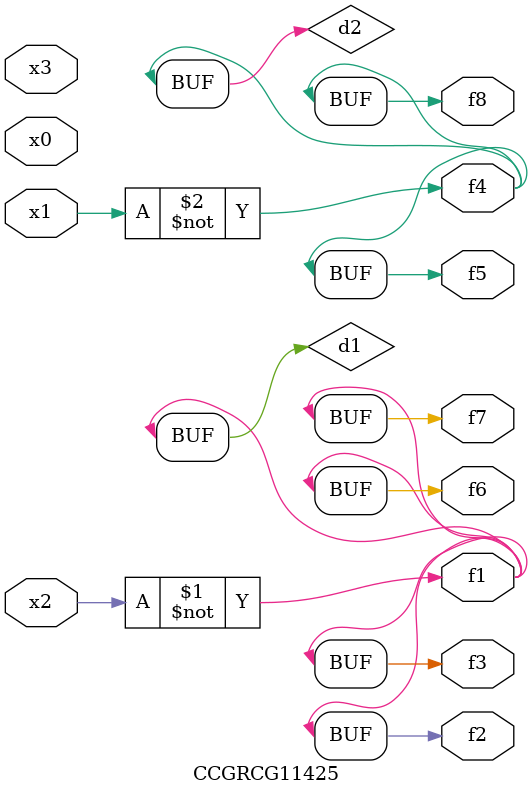
<source format=v>
module CCGRCG11425(
	input x0, x1, x2, x3,
	output f1, f2, f3, f4, f5, f6, f7, f8
);

	wire d1, d2;

	xnor (d1, x2);
	not (d2, x1);
	assign f1 = d1;
	assign f2 = d1;
	assign f3 = d1;
	assign f4 = d2;
	assign f5 = d2;
	assign f6 = d1;
	assign f7 = d1;
	assign f8 = d2;
endmodule

</source>
